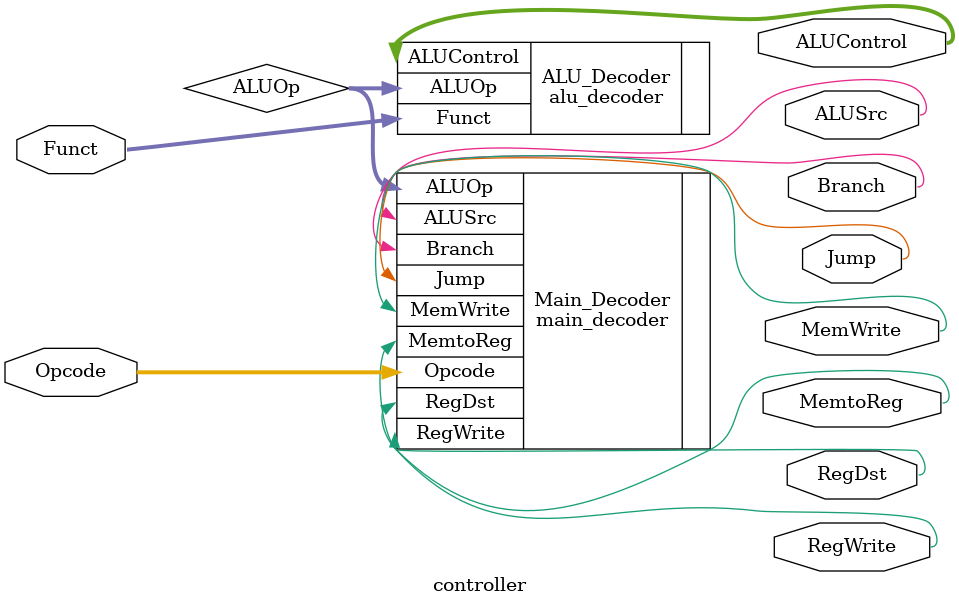
<source format=v>

module controller
(
	input [5:0]Opcode,
	input [5:0]Funct,
	output  MemtoReg,
	output  ALUSrc,
	output  RegDst,
	output  RegWrite,
	output  Branch,
	output Jump,
	output MemWrite,
	output[2:0] ALUControl
);
wire[1:0]ALUOp;

main_decoder Main_Decoder
(
	.Opcode(Opcode),
	.MemtoReg(MemtoReg),
	.ALUSrc(ALUSrc),
	.RegDst(RegDst),
	.RegWrite(RegWrite),
	.Branch(Branch),
	.ALUOp(ALUOp),
	.Jump(Jump),
	.MemWrite(MemWrite)
);
alu_decoder ALU_Decoder
(
	.Funct(Funct),
	.ALUOp(ALUOp),
  	.ALUControl(ALUControl)
);
endmodule
</source>
